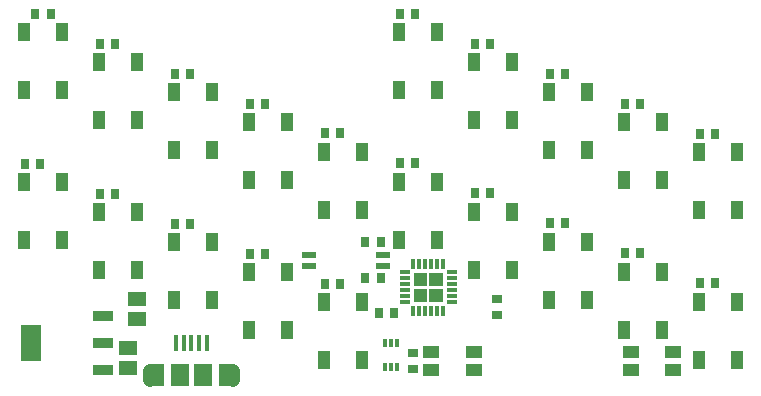
<source format=gbr>
G04 EAGLE Gerber RS-274X export*
G75*
%MOMM*%
%FSLAX34Y34*%
%LPD*%
%INSolderpaste Bottom*%
%IPPOS*%
%AMOC8*
5,1,8,0,0,1.08239X$1,22.5*%
G01*
%ADD10R,1.500000X1.300000*%
%ADD11R,0.406400X1.346200*%
%ADD12R,1.498600X1.905000*%
%ADD13C,1.193800*%
%ADD14R,1.200506X1.905000*%
%ADD15R,0.900000X0.700000*%
%ADD16R,0.812800X0.304800*%
%ADD17R,0.304800X0.812800*%
%ADD18R,1.761200X0.850800*%
%ADD19R,1.761200X3.150800*%
%ADD20R,0.700000X0.900000*%
%ADD21R,1.000000X1.500000*%
%ADD22R,1.200000X0.600000*%
%ADD23R,1.400000X1.050000*%
%ADD24R,0.330200X0.762000*%

G36*
X389146Y88505D02*
X389146Y88505D01*
X389148Y88504D01*
X389191Y88524D01*
X389235Y88542D01*
X389235Y88544D01*
X389237Y88545D01*
X389270Y88630D01*
X389270Y99584D01*
X389269Y99586D01*
X389270Y99588D01*
X389250Y99631D01*
X389232Y99675D01*
X389230Y99675D01*
X389229Y99677D01*
X389144Y99710D01*
X378190Y99710D01*
X378188Y99709D01*
X378186Y99710D01*
X378143Y99690D01*
X378099Y99672D01*
X378099Y99670D01*
X378097Y99669D01*
X378064Y99584D01*
X378064Y88630D01*
X378065Y88628D01*
X378064Y88626D01*
X378084Y88583D01*
X378102Y88539D01*
X378104Y88539D01*
X378105Y88537D01*
X378190Y88504D01*
X389144Y88504D01*
X389146Y88505D01*
G37*
G36*
X376192Y88505D02*
X376192Y88505D01*
X376194Y88504D01*
X376237Y88524D01*
X376281Y88542D01*
X376281Y88544D01*
X376283Y88545D01*
X376316Y88630D01*
X376316Y99584D01*
X376315Y99586D01*
X376316Y99588D01*
X376296Y99631D01*
X376278Y99675D01*
X376276Y99675D01*
X376275Y99677D01*
X376190Y99710D01*
X365236Y99710D01*
X365234Y99709D01*
X365232Y99710D01*
X365189Y99690D01*
X365145Y99672D01*
X365145Y99670D01*
X365143Y99669D01*
X365110Y99584D01*
X365110Y88630D01*
X365111Y88628D01*
X365110Y88626D01*
X365130Y88583D01*
X365148Y88539D01*
X365150Y88539D01*
X365151Y88537D01*
X365236Y88504D01*
X376190Y88504D01*
X376192Y88505D01*
G37*
G36*
X389146Y75551D02*
X389146Y75551D01*
X389148Y75550D01*
X389191Y75570D01*
X389235Y75588D01*
X389235Y75590D01*
X389237Y75591D01*
X389270Y75676D01*
X389270Y86630D01*
X389269Y86632D01*
X389270Y86634D01*
X389250Y86677D01*
X389232Y86721D01*
X389230Y86721D01*
X389229Y86723D01*
X389144Y86756D01*
X378190Y86756D01*
X378188Y86755D01*
X378186Y86756D01*
X378143Y86736D01*
X378099Y86718D01*
X378099Y86716D01*
X378097Y86715D01*
X378064Y86630D01*
X378064Y75676D01*
X378065Y75674D01*
X378064Y75672D01*
X378084Y75629D01*
X378102Y75585D01*
X378104Y75585D01*
X378105Y75583D01*
X378190Y75550D01*
X389144Y75550D01*
X389146Y75551D01*
G37*
G36*
X376192Y75551D02*
X376192Y75551D01*
X376194Y75550D01*
X376237Y75570D01*
X376281Y75588D01*
X376281Y75590D01*
X376283Y75591D01*
X376316Y75676D01*
X376316Y86630D01*
X376315Y86632D01*
X376316Y86634D01*
X376296Y86677D01*
X376278Y86721D01*
X376276Y86721D01*
X376275Y86723D01*
X376190Y86756D01*
X365236Y86756D01*
X365234Y86755D01*
X365232Y86756D01*
X365189Y86736D01*
X365145Y86718D01*
X365145Y86716D01*
X365143Y86715D01*
X365110Y86630D01*
X365110Y75676D01*
X365111Y75674D01*
X365110Y75672D01*
X365130Y75629D01*
X365148Y75585D01*
X365150Y75585D01*
X365151Y75583D01*
X365236Y75550D01*
X376190Y75550D01*
X376192Y75551D01*
G37*
D10*
X123190Y19440D03*
X123190Y36440D03*
D11*
X189546Y40278D03*
X183046Y40278D03*
X176546Y40278D03*
X170046Y40278D03*
X163546Y40278D03*
D12*
X186546Y13278D03*
X166546Y13278D03*
D13*
X141546Y9722D02*
X141546Y16834D01*
X211546Y16834D02*
X211546Y9722D01*
D14*
X205546Y13278D03*
X147555Y13278D03*
D15*
X363982Y18900D03*
X363982Y31900D03*
D16*
X357505Y74930D03*
X357505Y80010D03*
X357505Y85090D03*
X357505Y90170D03*
X357505Y95250D03*
X357505Y100330D03*
D17*
X364490Y107315D03*
X369570Y107315D03*
X374650Y107315D03*
X379730Y107315D03*
X384810Y107315D03*
X389890Y107315D03*
D16*
X396875Y100330D03*
X396875Y95250D03*
X396875Y90170D03*
X396875Y85090D03*
X396875Y80010D03*
X396875Y74930D03*
D17*
X389890Y67945D03*
X384810Y67945D03*
X379730Y67945D03*
X374650Y67945D03*
X369570Y67945D03*
X364490Y67945D03*
D18*
X101370Y63640D03*
X101370Y40640D03*
X101370Y17640D03*
D19*
X40870Y40640D03*
D10*
X130556Y61096D03*
X130556Y78096D03*
D20*
X348130Y66040D03*
X335130Y66040D03*
X336700Y95250D03*
X323700Y95250D03*
X336700Y125730D03*
X323700Y125730D03*
D21*
X288800Y75300D03*
X320800Y75300D03*
X320800Y26300D03*
X288800Y26300D03*
X225300Y100700D03*
X257300Y100700D03*
X257300Y51700D03*
X225300Y51700D03*
X161800Y126100D03*
X193800Y126100D03*
X193800Y77100D03*
X161800Y77100D03*
X98300Y151500D03*
X130300Y151500D03*
X130300Y102500D03*
X98300Y102500D03*
X34800Y176900D03*
X66800Y176900D03*
X66800Y127900D03*
X34800Y127900D03*
X34800Y303900D03*
X66800Y303900D03*
X66800Y254900D03*
X34800Y254900D03*
X98300Y278500D03*
X130300Y278500D03*
X130300Y229500D03*
X98300Y229500D03*
X161800Y253100D03*
X193800Y253100D03*
X193800Y204100D03*
X161800Y204100D03*
X225300Y227700D03*
X257300Y227700D03*
X257300Y178700D03*
X225300Y178700D03*
X288800Y202300D03*
X320800Y202300D03*
X320800Y153300D03*
X288800Y153300D03*
X352300Y176900D03*
X384300Y176900D03*
X384300Y127900D03*
X352300Y127900D03*
X415800Y151500D03*
X447800Y151500D03*
X447800Y102500D03*
X415800Y102500D03*
X479300Y126100D03*
X511300Y126100D03*
X511300Y77100D03*
X479300Y77100D03*
X542800Y100700D03*
X574800Y100700D03*
X574800Y51700D03*
X542800Y51700D03*
X606300Y75300D03*
X638300Y75300D03*
X638300Y26300D03*
X606300Y26300D03*
X606300Y202300D03*
X638300Y202300D03*
X638300Y153300D03*
X606300Y153300D03*
X542800Y227700D03*
X574800Y227700D03*
X574800Y178700D03*
X542800Y178700D03*
X479300Y253100D03*
X511300Y253100D03*
X511300Y204100D03*
X479300Y204100D03*
X415800Y278500D03*
X447800Y278500D03*
X447800Y229500D03*
X415800Y229500D03*
X352300Y303900D03*
X384300Y303900D03*
X384300Y254900D03*
X352300Y254900D03*
D22*
X338840Y114990D03*
X338840Y105990D03*
X275840Y114990D03*
X275840Y105990D03*
D23*
X415510Y32650D03*
X415510Y17900D03*
X379510Y17900D03*
X379510Y32900D03*
X584420Y32650D03*
X584420Y17900D03*
X548420Y17900D03*
X548420Y32900D03*
D15*
X435610Y64620D03*
X435610Y77620D03*
D20*
X289410Y90170D03*
X302410Y90170D03*
X225910Y115570D03*
X238910Y115570D03*
X162410Y140970D03*
X175410Y140970D03*
X98910Y166370D03*
X111910Y166370D03*
X35410Y191770D03*
X48410Y191770D03*
X57300Y318770D03*
X44300Y318770D03*
X98910Y293370D03*
X111910Y293370D03*
X162410Y267970D03*
X175410Y267970D03*
X225910Y242570D03*
X238910Y242570D03*
X289410Y218440D03*
X302410Y218440D03*
X352910Y193040D03*
X365910Y193040D03*
X416410Y167640D03*
X429410Y167640D03*
X479910Y142240D03*
X492910Y142240D03*
X543410Y116840D03*
X556410Y116840D03*
X606910Y91440D03*
X619910Y91440D03*
X606910Y217170D03*
X619910Y217170D03*
X543410Y242570D03*
X556410Y242570D03*
X479910Y267970D03*
X492910Y267970D03*
X416410Y293370D03*
X429410Y293370D03*
X352910Y318770D03*
X365910Y318770D03*
D24*
X350694Y20193D03*
X345694Y20193D03*
X340694Y20193D03*
X340694Y40767D03*
X345694Y40767D03*
X350694Y40767D03*
M02*

</source>
